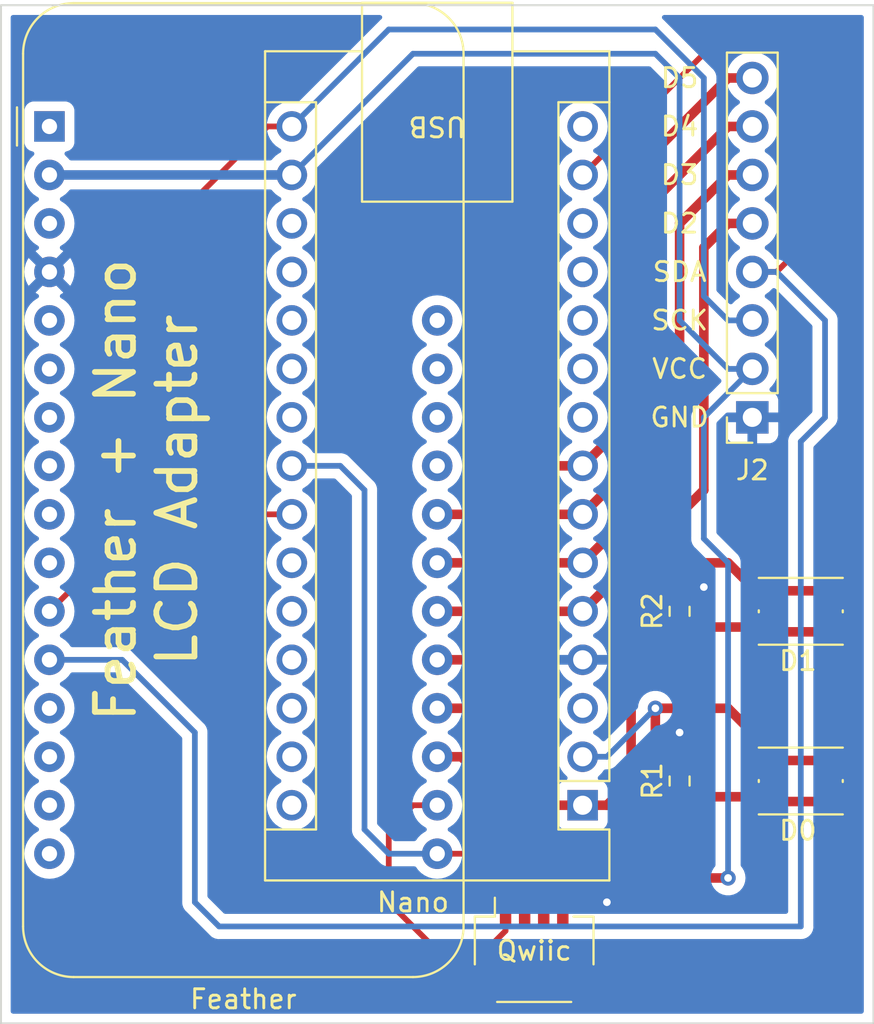
<source format=kicad_pcb>
(kicad_pcb (version 20211014) (generator pcbnew)
  (layers (0 "F.Cu" signal) (31 "B.Cu" signal) (34 "B.Paste" user) (35 "F.Paste" user) (36 "B.SilkS" user "B.Silkscreen") (37 "F.SilkS" user "F.Silkscreen") (38 "B.Mask" user) (39 "F.Mask" user) (44 "Edge.Cuts" user))
  (net 0 "")
  (net 9 "Net-(A1-Pad11)")
  (net 10 "Net-(A1-Pad12)")
  (net 15 "Net-(A1-Pad17)")
  (net 16 "Net-(A1-Pad18)")
  (net 17 "Net-(A1-Pad19)")
  (net 18 "Net-(A1-Pad20)")
  (net 19 "Net-(A1-Pad21)")
  (net 20 "Net-(A1-Pad22)")
  (net 21 "Net-(A1-Pad23)")
  (net 22 "Net-(A1-Pad24)")
  (net 45 "GND")
  (net 46 "+3.3V")
  (net 47 "Net-(R1-Pad1)")
  (net 48 "Net-(R2-Pad1)")
  (footprint "Module:Arduino_Nano" (layer "F.Cu") (at 142.24 107.95 180)
    (fp_text reference "Nano" (at 8.89 -5.08) (layer "F.SilkS"))
    (fp_text value "Arduino_Nano_v3.x")
    (fp_text user "USB" (at 7.62 35.56 180 unlocked) (layer "F.SilkS"))
    (fp_line (start 1.27 -1.27) (end -1.4 -1.27) (layer "F.SilkS") (width 0.12))
    (fp_line (start -1.4 -3.94) (end -1.4 -1.27) (layer "F.SilkS") (width 0.12))
    (fp_line (start 13.97 -1.27) (end 13.97 36.83) (layer "F.SilkS") (width 0.12))
    (fp_line (start 3.68 31.62) (end 11.56 31.62) (layer "F.SilkS") (width 0.12))
    (fp_line (start 1.27 1.27) (end -1.4 1.27) (layer "F.SilkS") (width 0.12))
    (fp_line (start 16.64 39.5) (end 16.64 -3.94) (layer "F.SilkS") (width 0.12))
    (fp_line (start 13.97 36.83) (end 16.64 36.83) (layer "F.SilkS") (width 0.12))
    (fp_line (start 16.64 39.5) (end 11.56 39.5) (layer "F.SilkS") (width 0.12))
    (fp_line (start 3.68 42.04) (end 3.68 31.62) (layer "F.SilkS") (width 0.12))
    (fp_line (start -1.4 39.5) (end 3.68 39.5) (layer "F.SilkS") (width 0.12))
    (fp_line (start -1.4 1.27) (end -1.4 39.5) (layer "F.SilkS") (width 0.12))
    (fp_line (start 1.27 1.27) (end 1.27 -1.27) (layer "F.SilkS") (width 0.12))
    (fp_line (start 16.64 -3.94) (end -1.4 -3.94) (layer "F.SilkS") (width 0.12))
    (fp_line (start 1.27 36.83) (end -1.4 36.83) (layer "F.SilkS") (width 0.12))
    (fp_line (start 11.56 31.62) (end 11.56 42.04) (layer "F.SilkS") (width 0.12))
    (fp_line (start 1.27 1.27) (end 1.27 36.83) (layer "F.SilkS") (width 0.12))
    (fp_line (start 11.56 42.04) (end 3.68 42.04) (layer "F.SilkS") (width 0.12))
    (fp_line (start 13.97 -1.27) (end 16.64 -1.27) (layer "F.SilkS") (width 0.12))
    (pad "1" thru_hole rect (at 0 0 180) (size 1.6 1.6) (drill 1) (layers *.Cu *.Mask) (net 18 "Net-(A1-Pad20)"))
    (pad "2" thru_hole oval (at 0 2.54 180) (size 1.6 1.6) (drill 1) (layers *.Cu *.Mask) (net 17 "Net-(A1-Pad19)"))
    (pad "3" thru_hole oval (at 0 5.08 180) (size 1.6 1.6) (drill 1) (layers *.Cu *.Mask))
    (pad "4" thru_hole oval (at 0 7.62 180) (size 1.6 1.6) (drill 1) (layers *.Cu *.Mask) (net 45 "GND"))
    (pad "5" thru_hole oval (at 0 10.16 180) (size 1.6 1.6) (drill 1) (layers *.Cu *.Mask) (net 19 "Net-(A1-Pad21)"))
    (pad "6" thru_hole oval (at 0 12.7 180) (size 1.6 1.6) (drill 1) (layers *.Cu *.Mask) (net 20 "Net-(A1-Pad22)"))
    (pad "7" thru_hole oval (at 0 15.24 180) (size 1.6 1.6) (drill 1) (layers *.Cu *.Mask) (net 21 "Net-(A1-Pad23)"))
    (pad "8" thru_hole oval (at 0 17.78 180) (size 1.6 1.6) (drill 1) (layers *.Cu *.Mask) (net 22 "Net-(A1-Pad24)"))
    (pad "9" thru_hole oval (at 0 20.32 180) (size 1.6 1.6) (drill 1) (layers *.Cu *.Mask))
    (pad "10" thru_hole oval (at 0 22.86 180) (size 1.6 1.6) (drill 1) (layers *.Cu *.Mask))
    (pad "11" thru_hole oval (at 0 25.4 180) (size 1.6 1.6) (drill 1) (layers *.Cu *.Mask))
    (pad "12" thru_hole oval (at 0 27.94 180) (size 1.6 1.6) (drill 1) (layers *.Cu *.Mask))
    (pad "13" thru_hole oval (at 0 30.48 180) (size 1.6 1.6) (drill 1) (layers *.Cu *.Mask))
    (pad "14" thru_hole oval (at 0 33.02 180) (size 1.6 1.6) (drill 1) (layers *.Cu *.Mask) (net 10 "Net-(A1-Pad12)"))
    (pad "15" thru_hole oval (at 0 35.56 180) (size 1.6 1.6) (drill 1) (layers *.Cu *.Mask))
    (pad "16" thru_hole oval (at 15.24 35.56 180) (size 1.6 1.6) (drill 1) (layers *.Cu *.Mask) (net 9 "Net-(A1-Pad11)"))
    (pad "17" thru_hole oval (at 15.24 33.02 180) (size 1.6 1.6) (drill 1) (layers *.Cu *.Mask) (net 46 "+3.3V"))
    (pad "18" thru_hole oval (at 15.24 30.48 180) (size 1.6 1.6) (drill 1) (layers *.Cu *.Mask))
    (pad "19" thru_hole oval (at 15.24 27.94 180) (size 1.6 1.6) (drill 1) (layers *.Cu *.Mask))
    (pad "20" thru_hole oval (at 15.24 25.4 180) (size 1.6 1.6) (drill 1) (layers *.Cu *.Mask))
    (pad "21" thru_hole oval (at 15.24 22.86 180) (size 1.6 1.6) (drill 1) (layers *.Cu *.Mask))
    (pad "22" thru_hole oval (at 15.24 20.32 180) (size 1.6 1.6) (drill 1) (layers *.Cu *.Mask))
    (pad "23" thru_hole oval (at 15.24 17.78 180) (size 1.6 1.6) (drill 1) (layers *.Cu *.Mask) (net 15 "Net-(A1-Pad17)"))
    (pad "24" thru_hole oval (at 15.24 15.24 180) (size 1.6 1.6) (drill 1) (layers *.Cu *.Mask) (net 16 "Net-(A1-Pad18)"))
    (pad "25" thru_hole oval (at 15.24 12.7 180) (size 1.6 1.6) (drill 1) (layers *.Cu *.Mask))
    (pad "26" thru_hole oval (at 15.24 10.16 180) (size 1.6 1.6) (drill 1) (layers *.Cu *.Mask))
    (pad "27" thru_hole oval (at 15.24 7.62 180) (size 1.6 1.6) (drill 1) (layers *.Cu *.Mask))
    (pad "28" thru_hole oval (at 15.24 5.08 180) (size 1.6 1.6) (drill 1) (layers *.Cu *.Mask))
    (pad "29" thru_hole oval (at 15.24 2.54 180) (size 1.6 1.6) (drill 1) (layers *.Cu *.Mask))
    (pad "30" thru_hole oval (at 15.24 0 180) (size 1.6 1.6) (drill 1) (layers *.Cu *.Mask))
  )
  (footprint "Resistor_SMD:R_0603_1608Metric" (layer "F.Cu") (at 147.32 106.68 90)
    (fp_text reference "R1" (at 0 -1.43 90) (layer "F.SilkS"))
    (fp_text value "10k")
    (fp_line (start -0.237258 0.5225) (end 0.237258 0.5225) (layer "F.SilkS") (width 0.12))
    (fp_line (start -0.237258 -0.5225) (end 0.237258 -0.5225) (layer "F.SilkS") (width 0.12))
    (pad "1" smd roundrect (at -0.825 0 90) (size 0.8 0.95) (layers "F.Cu" "F.Paste" "F.Mask") (net 47 "Net-(R1-Pad1)"))
    (pad "2" smd roundrect (at 0.825 0 90) (size 0.8 0.95) (layers "F.Cu" "F.Paste" "F.Mask") (net 45 "GND"))
  )
  (footprint "Button_Switch_SMD:SW_Push_1P1T_NO_Vertical_Wuerth_434133025816" (layer "F.Cu") (at 153.67 97.79 180)
    (fp_text reference "D1" (at 0.15 -2.6) (layer "F.SilkS"))
    (fp_text value "SW_Push")
    (fp_line (start -2.2 1.75) (end 2.2 1.75) (layer "F.SilkS") (width 0.12))
    (fp_line (start 2.2 -1.75) (end -2.2 -1.75) (layer "F.SilkS") (width 0.12))
    (fp_line (start 2.2 0.05) (end 2.2 -0.05) (layer "F.SilkS") (width 0.12))
    (fp_line (start -2.2 0.05) (end -2.2 -0.05) (layer "F.SilkS") (width 0.12))
    (pad "1" smd rect (at -2.075 -1.075 180) (size 1.05 0.65) (layers "F.Cu" "F.Paste" "F.Mask") (net 48 "Net-(R2-Pad1)"))
    (pad "1" smd rect (at 2.075 -1.075 180) (size 1.05 0.65) (layers "F.Cu" "F.Paste" "F.Mask") (net 48 "Net-(R2-Pad1)"))
    (pad "2" smd rect (at -2.075 1.075 180) (size 1.05 0.65) (layers "F.Cu" "F.Paste" "F.Mask") (net 18 "Net-(A1-Pad20)"))
    (pad "2" smd rect (at 2.05 1.075 180) (size 1.05 0.65) (layers "F.Cu" "F.Paste" "F.Mask") (net 18 "Net-(A1-Pad20)"))
  )
  (footprint "Module:Adafruit_Feather" (layer "F.Cu") (at 114.3 72.39)
    (fp_text reference "A1" hide)
    (fp_text value "Feather" (at 10.16 45.72 180) (layer "F.SilkS"))
    (fp_line (start 19.05 44.56) (end 1.27 44.56) (layer "F.SilkS") (width 0.12))
    (fp_line (start 19.05 -6.46) (end 1.27 -6.46) (layer "F.SilkS") (width 0.12))
    (fp_line (start 21.7 -3.81) (end 21.7 41.91) (layer "F.SilkS") (width 0.12))
    (fp_line (start -1.7 1) (end -1.7 -1) (layer "F.SilkS") (width 0.12))
    (fp_line (start -1.38 -3.81) (end -1.38 41.91) (layer "F.SilkS") (width 0.12))
    (fp_arc (start 1.27 44.56) (mid -0.603833 43.783833) (end -1.38 41.91) (layer "F.SilkS") (width 0.12))
    (fp_arc (start 19.05 -6.46) (mid 20.923833 -5.683833) (end 21.7 -3.81) (layer "F.SilkS") (width 0.12))
    (fp_arc (start -1.38 -3.81) (mid -0.603833 -5.683833) (end 1.27 -6.46) (layer "F.SilkS") (width 0.12))
    (fp_arc (start 21.7 41.91) (mid 20.923833 43.783833) (end 19.05 44.56) (layer "F.SilkS") (width 0.12))
    (pad "1" thru_hole rect (at 0 0 180) (size 1.6 1.6) (drill 0.8) (layers *.Cu *.Mask))
    (pad "2" thru_hole circle (at 0 2.54 180) (size 1.6 1.6) (drill 0.8) (layers *.Cu *.Mask) (net 46 "+3.3V"))
    (pad "3" thru_hole circle (at 0 5.08 180) (size 1.6 1.6) (drill 0.8) (layers *.Cu *.Mask))
    (pad "4" thru_hole circle (at 0 7.62 180) (size 1.6 1.6) (drill 0.8) (layers *.Cu *.Mask) (net 45 "GND"))
    (pad "5" thru_hole circle (at 0 10.16 180) (size 1.6 1.6) (drill 0.8) (layers *.Cu *.Mask))
    (pad "6" thru_hole circle (at 0 12.7 180) (size 1.6 1.6) (drill 0.8) (layers *.Cu *.Mask))
    (pad "7" thru_hole circle (at 0 15.24 180) (size 1.6 1.6) (drill 0.8) (layers *.Cu *.Mask))
    (pad "8" thru_hole circle (at 0 17.78 180) (size 1.6 1.6) (drill 0.8) (layers *.Cu *.Mask))
    (pad "9" thru_hole circle (at 0 20.32 180) (size 1.6 1.6) (drill 0.8) (layers *.Cu *.Mask))
    (pad "10" thru_hole circle (at 0 22.86 180) (size 1.6 1.6) (drill 0.8) (layers *.Cu *.Mask))
    (pad "11" thru_hole circle (at 0 25.4 180) (size 1.6 1.6) (drill 0.8) (layers *.Cu *.Mask) (net 9 "Net-(A1-Pad11)"))
    (pad "12" thru_hole circle (at 0 27.94 180) (size 1.6 1.6) (drill 0.8) (layers *.Cu *.Mask) (net 10 "Net-(A1-Pad12)"))
    (pad "13" thru_hole circle (at 0 30.48 180) (size 1.6 1.6) (drill 0.8) (layers *.Cu *.Mask))
    (pad "14" thru_hole circle (at 0 33.02 180) (size 1.6 1.6) (drill 0.8) (layers *.Cu *.Mask))
    (pad "15" thru_hole circle (at 0 35.56 180) (size 1.6 1.6) (drill 0.8) (layers *.Cu *.Mask))
    (pad "16" thru_hole circle (at 0 38.1 180) (size 1.6 1.6) (drill 0.8) (layers *.Cu *.Mask))
    (pad "17" thru_hole circle (at 20.32 38.1 180) (size 1.6 1.6) (drill 0.8) (layers *.Cu *.Mask) (net 15 "Net-(A1-Pad17)"))
    (pad "18" thru_hole circle (at 20.32 35.56 180) (size 1.6 1.6) (drill 0.8) (layers *.Cu *.Mask) (net 16 "Net-(A1-Pad18)"))
    (pad "19" thru_hole circle (at 20.32 33.02 180) (size 1.6 1.6) (drill 0.8) (layers *.Cu *.Mask) (net 17 "Net-(A1-Pad19)"))
    (pad "20" thru_hole circle (at 20.32 30.48 180) (size 1.6 1.6) (drill 0.8) (layers *.Cu *.Mask) (net 18 "Net-(A1-Pad20)"))
    (pad "21" thru_hole circle (at 20.32 27.94 180) (size 1.6 1.6) (drill 0.8) (layers *.Cu *.Mask) (net 19 "Net-(A1-Pad21)"))
    (pad "22" thru_hole circle (at 20.32 25.4 180) (size 1.6 1.6) (drill 0.8) (layers *.Cu *.Mask) (net 20 "Net-(A1-Pad22)"))
    (pad "23" thru_hole circle (at 20.32 22.86 180) (size 1.6 1.6) (drill 0.8) (layers *.Cu *.Mask) (net 21 "Net-(A1-Pad23)"))
    (pad "24" thru_hole circle (at 20.32 20.32 180) (size 1.6 1.6) (drill 0.8) (layers *.Cu *.Mask) (net 22 "Net-(A1-Pad24)"))
    (pad "25" thru_hole circle (at 20.32 17.78 180) (size 1.6 1.6) (drill 0.8) (layers *.Cu *.Mask))
    (pad "26" thru_hole circle (at 20.32 15.24 180) (size 1.6 1.6) (drill 0.8) (layers *.Cu *.Mask))
    (pad "27" thru_hole circle (at 20.32 12.7 180) (size 1.6 1.6) (drill 0.8) (layers *.Cu *.Mask))
    (pad "28" thru_hole circle (at 20.32 10.16 180) (size 1.6 1.6) (drill 0.8) (layers *.Cu *.Mask))
  )
  (footprint "Resistor_SMD:R_0603_1608Metric" (layer "F.Cu") (at 147.32 97.79 90)
    (fp_text reference "R2" (at 0 -1.43 90) (layer "F.SilkS"))
    (fp_text value "10k")
    (fp_line (start -0.237258 0.5225) (end 0.237258 0.5225) (layer "F.SilkS") (width 0.12))
    (fp_line (start -0.237258 -0.5225) (end 0.237258 -0.5225) (layer "F.SilkS") (width 0.12))
    (pad "1" smd roundrect (at -0.825 0 90) (size 0.8 0.95) (layers "F.Cu" "F.Paste" "F.Mask") (net 48 "Net-(R2-Pad1)"))
    (pad "2" smd roundrect (at 0.825 0 90) (size 0.8 0.95) (layers "F.Cu" "F.Paste" "F.Mask") (net 45 "GND"))
  )
  (footprint "Connector_JST:JST_SH_SM04B-SRSS-TB_1x04-1MP_P1.00mm_Horizontal" (layer "F.Cu") (at 139.7 115.57)
    (fp_text reference "Qwiic" (at 0 0) (layer "F.SilkS"))
    (fp_text value "Qwiic" hide)
    (fp_line (start -1.94 2.685) (end 1.94 2.685) (layer "F.SilkS") (width 0.12))
    (fp_line (start 3.11 0.715) (end 3.11 -1.785) (layer "F.SilkS") (width 0.12))
    (fp_line (start -3.11 -1.785) (end -2.06 -1.785) (layer "F.SilkS") (width 0.12))
    (fp_line (start 3.11 -1.785) (end 2.06 -1.785) (layer "F.SilkS") (width 0.12))
    (fp_line (start -3.11 0.715) (end -3.11 -1.785) (layer "F.SilkS") (width 0.12))
    (fp_line (start -2.06 -1.785) (end -2.06 -2.775) (layer "F.SilkS") (width 0.12))
    (pad "1" smd roundrect (at -1.5 -2) (size 0.6 1.55) (layers "F.Cu" "F.Paste" "F.Mask") (net 16 "Net-(A1-Pad18)"))
    (pad "2" smd roundrect (at -0.5 -2) (size 0.6 1.55) (layers "F.Cu" "F.Paste" "F.Mask") (net 15 "Net-(A1-Pad17)"))
    (pad "3" smd roundrect (at 0.5 -2) (size 0.6 1.55) (layers "F.Cu" "F.Paste" "F.Mask") (net 46 "+3.3V"))
    (pad "4" smd roundrect (at 1.5 -2) (size 0.6 1.55) (layers "F.Cu" "F.Paste" "F.Mask") (net 45 "GND"))
    (pad "MP" smd roundrect (at 2.8 1.875) (size 1.2 1.8) (layers "F.Cu" "F.Paste" "F.Mask") (roundrect_rratio 0.2083333333))
    (pad "MP" smd roundrect (at -2.8 1.875) (size 1.2 1.8) (layers "F.Cu" "F.Paste" "F.Mask") (roundrect_rratio 0.2083333333))
  )
  (footprint "Button_Switch_SMD:SW_Push_1P1T_NO_Vertical_Wuerth_434133025816" (layer "F.Cu") (at 153.67 106.68 180)
    (fp_text reference "D0" (at 0.15 -2.6) (layer "F.SilkS"))
    (fp_text value "SW_Push")
    (fp_line (start -2.2 1.75) (end 2.2 1.75) (layer "F.SilkS") (width 0.12))
    (fp_line (start 2.2 -1.75) (end -2.2 -1.75) (layer "F.SilkS") (width 0.12))
    (fp_line (start -2.2 0.05) (end -2.2 -0.05) (layer "F.SilkS") (width 0.12))
    (fp_line (start 2.2 0.05) (end 2.2 -0.05) (layer "F.SilkS") (width 0.12))
    (pad "1" smd rect (at -2.075 -1.075 180) (size 1.05 0.65) (layers "F.Cu" "F.Paste" "F.Mask") (net 47 "Net-(R1-Pad1)"))
    (pad "1" smd rect (at 2.075 -1.075 180) (size 1.05 0.65) (layers "F.Cu" "F.Paste" "F.Mask") (net 47 "Net-(R1-Pad1)"))
    (pad "2" smd rect (at -2.075 1.075 180) (size 1.05 0.65) (layers "F.Cu" "F.Paste" "F.Mask") (net 17 "Net-(A1-Pad19)"))
    (pad "2" smd rect (at 2.05 1.075 180) (size 1.05 0.65) (layers "F.Cu" "F.Paste" "F.Mask") (net 17 "Net-(A1-Pad19)"))
  )
  (footprint "Connector_PinSocket_2.54mm:PinSocket_1x08_P2.54mm_Vertical" (layer "F.Cu") (at 151.13 87.63 180)
    (fp_text reference "J2" (at 0 -2.77) (layer "F.SilkS"))
    (fp_text value "LCD")
    (fp_line (start 1.33 -1.33) (end 1.33 0) (layer "F.SilkS") (width 0.12))
    (fp_line (start -1.33 1.27) (end 1.33 1.27) (layer "F.SilkS") (width 0.12))
    (fp_line (start -1.33 19.11) (end 1.33 19.11) (layer "F.SilkS") (width 0.12))
    (fp_line (start 0 -1.33) (end 1.33 -1.33) (layer "F.SilkS") (width 0.12))
    (fp_line (start -1.33 1.27) (end -1.33 19.11) (layer "F.SilkS") (width 0.12))
    (fp_line (start 1.33 1.27) (end 1.33 19.11) (layer "F.SilkS") (width 0.12))
    (pad "1" thru_hole rect (at 0 0 180) (size 1.7 1.7) (drill 1) (layers *.Cu *.Mask) (net 45 "GND"))
    (pad "2" thru_hole oval (at 0 2.54 180) (size 1.7 1.7) (drill 1) (layers *.Cu *.Mask) (net 46 "+3.3V"))
    (pad "3" thru_hole oval (at 0 5.08 180) (size 1.7 1.7) (drill 1) (layers *.Cu *.Mask) (net 9 "Net-(A1-Pad11)"))
    (pad "4" thru_hole oval (at 0 7.62 180) (size 1.7 1.7) (drill 1) (layers *.Cu *.Mask) (net 10 "Net-(A1-Pad12)"))
    (pad "5" thru_hole oval (at 0 10.16 180) (size 1.7 1.7) (drill 1) (layers *.Cu *.Mask) (net 19 "Net-(A1-Pad21)"))
    (pad "6" thru_hole oval (at 0 12.7 180) (size 1.7 1.7) (drill 1) (layers *.Cu *.Mask) (net 20 "Net-(A1-Pad22)"))
    (pad "7" thru_hole oval (at 0 15.24 180) (size 1.7 1.7) (drill 1) (layers *.Cu *.Mask) (net 21 "Net-(A1-Pad23)"))
    (pad "8" thru_hole oval (at 0 17.78 180) (size 1.7 1.7) (drill 1) (layers *.Cu *.Mask) (net 22 "Net-(A1-Pad24)"))
  )
  (gr_rect (start 111.76 66.04) (end 157.48 119.38) (layer "Edge.Cuts") (width 0.1) (fill none))
  (gr_text "D3" (at 147.32 74.93) (layer "F.SilkS") (effects (font (size 1 1))))
  (gr_text "VCC" (at 147.32 85.09) (layer "F.SilkS") (effects (font (size 1 1))))
  (gr_text "Feather + Nano\nLCD Adapter" (at 119.38 91.44 90) (layer "F.SilkS") (effects (font (size 2 2) (thickness 0.3))))
  (gr_text "GND" (at 147.32 87.63) (layer "F.SilkS") (effects (font (size 1 1))))
  (gr_text "SDA" (at 147.32 80.01) (layer "F.SilkS") (effects (font (size 1 1))))
  (gr_text "D2" (at 147.32 77.47) (layer "F.SilkS") (effects (font (size 1 1))))
  (gr_text "D5" (at 147.32 69.85) (layer "F.SilkS") (effects (font (size 1 1))))
  (gr_text "D4" (at 147.32 72.39) (layer "F.SilkS") (effects (font (size 1 1))))
  (gr_text "SCK" (at 147.32 82.55) (layer "F.SilkS") (effects (font (size 1 1))))
  (segment (start 119.38 78.74) (end 125.73 72.39) (width 0.3) (layer "F.Cu") (net 9))
  (segment (start 125.73 72.39) (end 127 72.39) (width 0.3) (layer "F.Cu") (net 9))
  (segment (start 114.3 97.79) (end 119.38 92.71) (width 0.3) (layer "F.Cu") (net 9))
  (segment (start 119.38 92.71) (end 119.38 78.74) (width 0.3) (layer "F.Cu") (net 9))
  (segment (start 146.05 67.31) (end 148.59 69.85) (width 0.3) (layer "B.Cu") (net 9))
  (segment (start 148.59 81.28) (end 149.86 82.55) (width 0.3) (layer "B.Cu") (net 9))
  (segment (start 132.08 67.31) (end 146.05 67.31) (width 0.3) (layer "B.Cu") (net 9))
  (segment (start 127 72.39) (end 132.08 67.31) (width 0.3) (layer "B.Cu") (net 9))
  (segment (start 149.86 82.55) (end 151.13 82.55) (width 0.3) (layer "B.Cu") (net 9))
  (segment (start 148.59 69.85) (end 148.59 81.28) (width 0.3) (layer "B.Cu") (net 9))
  (segment (start 153.67 68.58) (end 153.67 78.74) (width 0.3) (layer "F.Cu") (net 10))
  (segment (start 142.24 74.93) (end 149.86 67.31) (width 0.3) (layer "F.Cu") (net 10))
  (segment (start 153.67 78.74) (end 152.4 80.01) (width 0.3) (layer "F.Cu") (net 10))
  (segment (start 152.4 80.01) (end 151.13 80.01) (width 0.3) (layer "F.Cu") (net 10))
  (segment (start 149.86 67.31) (end 152.4 67.31) (width 0.3) (layer "F.Cu") (net 10))
  (segment (start 152.4 67.31) (end 153.67 68.58) (width 0.3) (layer "F.Cu") (net 10))
  (segment (start 153.67 114.3) (end 153.67 88.9) (width 0.3) (layer "B.Cu") (net 10))
  (segment (start 121.92 104.14) (end 121.92 113.03) (width 0.3) (layer "B.Cu") (net 10))
  (segment (start 121.92 113.03) (end 123.19 114.3) (width 0.3) (layer "B.Cu") (net 10))
  (segment (start 152.4 80.01) (end 151.13 80.01) (width 0.3) (layer "B.Cu") (net 10))
  (segment (start 153.67 88.9) (end 154.94 87.63) (width 0.3) (layer "B.Cu") (net 10))
  (segment (start 114.3 100.33) (end 118.11 100.33) (width 0.3) (layer "B.Cu") (net 10))
  (segment (start 118.11 100.33) (end 121.92 104.14) (width 0.3) (layer "B.Cu") (net 10))
  (segment (start 154.94 87.63) (end 154.94 82.55) (width 0.3) (layer "B.Cu") (net 10))
  (segment (start 123.19 114.3) (end 153.67 114.3) (width 0.3) (layer "B.Cu") (net 10))
  (segment (start 154.94 82.55) (end 152.4 80.01) (width 0.3) (layer "B.Cu") (net 10))
  (segment (start 137.16 110.49) (end 134.62 110.49) (width 0.3) (layer "F.Cu") (net 15))
  (segment (start 139.2 112.53) (end 137.16 110.49) (width 0.3) (layer "F.Cu") (net 15))
  (segment (start 139.2 113.57) (end 139.2 112.53) (width 0.3) (layer "F.Cu") (net 15))
  (segment (start 127 90.17) (end 129.54 90.17) (width 0.3) (layer "B.Cu") (net 15))
  (segment (start 129.54 90.17) (end 130.81 91.44) (width 0.3) (layer "B.Cu") (net 15))
  (segment (start 132.08 110.49) (end 134.62 110.49) (width 0.3) (layer "B.Cu") (net 15))
  (segment (start 130.81 109.22) (end 132.08 110.49) (width 0.3) (layer "B.Cu") (net 15))
  (segment (start 130.81 91.44) (end 130.81 109.22) (width 0.3) (layer "B.Cu") (net 15))
  (segment (start 127 92.71) (end 124.46 92.71) (width 0.3) (layer "F.Cu") (net 16))
  (segment (start 132.08 113.03) (end 132.08 109.22) (width 0.3) (layer "F.Cu") (net 16))
  (segment (start 138.2 113.57) (end 138.2 114.53) (width 0.3) (layer "F.Cu") (net 16))
  (segment (start 124.46 92.71) (end 123.19 93.98) (width 0.3) (layer "F.Cu") (net 16))
  (segment (start 123.19 93.98) (end 123.19 111.76) (width 0.3) (layer "F.Cu") (net 16))
  (segment (start 124.46 113.03) (end 132.08 113.03) (width 0.3) (layer "F.Cu") (net 16))
  (segment (start 134.62 115.57) (end 132.08 113.03) (width 0.3) (layer "F.Cu") (net 16))
  (segment (start 133.35 107.95) (end 134.62 107.95) (width 0.3) (layer "F.Cu") (net 16))
  (segment (start 138.2 114.53) (end 137.16 115.57) (width 0.3) (layer "F.Cu") (net 16))
  (segment (start 123.19 111.76) (end 124.46 113.03) (width 0.3) (layer "F.Cu") (net 16))
  (segment (start 132.08 109.22) (end 133.35 107.95) (width 0.3) (layer "F.Cu") (net 16))
  (segment (start 137.16 115.57) (end 134.62 115.57) (width 0.3) (layer "F.Cu") (net 16))
  (segment (start 151.62 105.605) (end 155.745 105.605) (width 0.5) (layer "F.Cu") (net 17))
  (segment (start 151.62 104.63) (end 151.62 105.605) (width 0.5) (layer "F.Cu") (net 17))
  (segment (start 137.16 107.95) (end 139.7 110.49) (width 0.5) (layer "F.Cu") (net 17))
  (segment (start 135.89 105.41) (end 137.16 106.68) (width 0.5) (layer "F.Cu") (net 17))
  (segment (start 144.78 110.49) (end 146.05 109.22) (width 0.5) (layer "F.Cu") (net 17))
  (segment (start 139.7 110.49) (end 144.78 110.49) (width 0.5) (layer "F.Cu") (net 17))
  (segment (start 146.05 102.87) (end 149.86 102.87) (width 0.5) (layer "F.Cu") (net 17))
  (segment (start 149.86 102.87) (end 151.62 104.63) (width 0.5) (layer "F.Cu") (net 17))
  (segment (start 146.05 109.22) (end 146.05 102.87) (width 0.5) (layer "F.Cu") (net 17))
  (segment (start 137.16 106.68) (end 137.16 107.95) (width 0.5) (layer "F.Cu") (net 17))
  (segment (start 134.62 105.41) (end 135.89 105.41) (width 0.5) (layer "F.Cu") (net 17))
  (via (at 146.05 102.87) (size 0.8) (drill 0.4) (layers "F.Cu" "B.Cu") (net 17))
  (segment (start 143.51 105.41) (end 146.05 102.87) (width 0.3) (layer "B.Cu") (net 17))
  (segment (start 142.24 105.41) (end 143.51 105.41) (width 0.3) (layer "B.Cu") (net 17))
  (segment (start 144.78 96.52) (end 144.78 106.68) (width 0.5) (layer "F.Cu") (net 18))
  (segment (start 151.62 96.715) (end 155.745 96.715) (width 0.5) (layer "F.Cu") (net 18))
  (segment (start 151.325 96.715) (end 149.86 95.25) (width 0.5) (layer "F.Cu") (net 18))
  (segment (start 144.78 106.68) (end 143.51 107.95) (width 0.5) (layer "F.Cu") (net 18))
  (segment (start 143.51 107.95) (end 142.24 107.95) (width 0.5) (layer "F.Cu") (net 18))
  (segment (start 139.7 107.95) (end 142.24 107.95) (width 0.5) (layer "F.Cu") (net 18))
  (segment (start 146.05 95.25) (end 144.78 96.52) (width 0.5) (layer "F.Cu") (net 18))
  (segment (start 149.86 95.25) (end 146.05 95.25) (width 0.5) (layer "F.Cu") (net 18))
  (segment (start 137.16 102.87) (end 138.43 104.14) (width 0.5) (layer "F.Cu") (net 18))
  (segment (start 138.43 104.14) (end 138.43 106.68) (width 0.5) (layer "F.Cu") (net 18))
  (segment (start 151.62 96.715) (end 151.325 96.715) (width 0.5) (layer "F.Cu") (net 18))
  (segment (start 134.62 102.87) (end 137.16 102.87) (width 0.5) (layer "F.Cu") (net 18))
  (segment (start 138.43 106.68) (end 139.7 107.95) (width 0.5) (layer "F.Cu") (net 18))
  (segment (start 137.16 100.33) (end 139.7 97.79) (width 0.5) (layer "F.Cu") (net 19))
  (segment (start 149.86 77.47) (end 151.13 77.47) (width 0.5) (layer "F.Cu") (net 19))
  (segment (start 148.59 78.74) (end 149.86 77.47) (width 0.5) (layer "F.Cu") (net 19))
  (segment (start 139.7 97.79) (end 142.24 97.79) (width 0.5) (layer "F.Cu") (net 19))
  (segment (start 134.62 100.33) (end 137.16 100.33) (width 0.5) (layer "F.Cu") (net 19))
  (segment (start 142.24 97.79) (end 148.59 91.44) (width 0.5) (layer "F.Cu") (net 19))
  (segment (start 148.59 91.44) (end 148.59 78.74) (width 0.5) (layer "F.Cu") (net 19))
  (segment (start 139.7 95.25) (end 142.24 95.25) (width 0.5) (layer "F.Cu") (net 20))
  (segment (start 147.32 77.47) (end 149.86 74.93) (width 0.5) (layer "F.Cu") (net 20))
  (segment (start 149.86 74.93) (end 151.13 74.93) (width 0.5) (layer "F.Cu") (net 20))
  (segment (start 147.32 90.17) (end 147.32 77.47) (width 0.5) (layer "F.Cu") (net 20))
  (segment (start 134.62 97.79) (end 137.16 97.79) (width 0.5) (layer "F.Cu") (net 20))
  (segment (start 142.24 95.25) (end 147.32 90.17) (width 0.5) (layer "F.Cu") (net 20))
  (segment (start 137.16 97.79) (end 139.7 95.25) (width 0.5) (layer "F.Cu") (net 20))
  (segment (start 134.62 95.25) (end 137.16 95.25) (width 0.5) (layer "F.Cu") (net 21))
  (segment (start 146.05 76.2) (end 149.86 72.39) (width 0.5) (layer "F.Cu") (net 21))
  (segment (start 137.16 95.25) (end 139.7 92.71) (width 0.5) (layer "F.Cu") (net 21))
  (segment (start 139.7 92.71) (end 142.24 92.71) (width 0.5) (layer "F.Cu") (net 21))
  (segment (start 146.05 88.9) (end 146.05 76.2) (width 0.5) (layer "F.Cu") (net 21))
  (segment (start 142.24 92.71) (end 146.05 88.9) (width 0.5) (layer "F.Cu") (net 21))
  (segment (start 149.86 72.39) (end 151.13 72.39) (width 0.5) (layer "F.Cu") (net 21))
  (segment (start 137.16 92.71) (end 139.7 90.17) (width 0.5) (layer "F.Cu") (net 22))
  (segment (start 139.7 90.17) (end 142.24 90.17) (width 0.5) (layer "F.Cu") (net 22))
  (segment (start 134.62 92.71) (end 137.16 92.71) (width 0.5) (layer "F.Cu") (net 22))
  (segment (start 149.86 69.85) (end 151.13 69.85) (width 0.5) (layer "F.Cu") (net 22))
  (segment (start 144.78 74.93) (end 149.86 69.85) (width 0.5) (layer "F.Cu") (net 22))
  (segment (start 144.78 87.63) (end 144.78 74.93) (width 0.5) (layer "F.Cu") (net 22))
  (segment (start 142.24 90.17) (end 144.78 87.63) (width 0.5) (layer "F.Cu") (net 22))
  (segment (start 142.94 112.46) (end 143.51 113.03) (width 0.5) (layer "F.Cu") (net 45))
  (segment (start 147.32 96.965) (end 148.145 96.965) (width 0.5) (layer "F.Cu") (net 45))
  (segment (start 141.676422 112.46) (end 142.94 112.46) (width 0.5) (layer "F.Cu") (net 45))
  (segment (start 147.32 105.855) (end 147.32 104.14) (width 0.5) (layer "F.Cu") (net 45))
  (segment (start 141.2 112.936422) (end 141.676422 112.46) (width 0.5) (layer "F.Cu") (net 45))
  (segment (start 141.2 113.57) (end 141.2 112.936422) (width 0.5) (layer "F.Cu") (net 45))
  (segment (start 148.145 96.965) (end 148.59 96.52) (width 0.5) (layer "F.Cu") (net 45))
  (via (at 148.59 96.52) (size 0.8) (drill 0.4) (layers "F.Cu" "B.Cu") (net 45))
  (via (at 143.51 113.03) (size 0.8) (drill 0.4) (layers "F.Cu" "B.Cu") (net 45))
  (via (at 147.32 104.14) (size 0.8) (drill 0.4) (layers "F.Cu" "B.Cu") (net 45))
  (segment (start 140.2 112.946472) (end 141.386472 111.76) (width 0.5) (layer "F.Cu") (net 46))
  (segment (start 141.386472 111.76) (end 149.86 111.76) (width 0.5) (layer "F.Cu") (net 46))
  (segment (start 140.2 113.57) (end 140.2 112.946472) (width 0.5) (layer "F.Cu") (net 46))
  (via (at 149.86 111.76) (size 0.8) (drill 0.4) (layers "F.Cu" "B.Cu") (net 46))
  (segment (start 133.35 68.58) (end 146.05 68.58) (width 0.3) (layer "B.Cu") (net 46))
  (segment (start 147.32 69.85) (end 147.32 82.55) (width 0.3) (layer "B.Cu") (net 46))
  (segment (start 148.59 93.98) (end 149.86 95.25) (width 0.3) (layer "B.Cu") (net 46))
  (segment (start 149.86 85.09) (end 151.13 85.09) (width 0.3) (layer "B.Cu") (net 46))
  (segment (start 148.59 87.63) (end 148.59 91.44) (width 0.3) (layer "B.Cu") (net 46))
  (segment (start 151.13 85.09) (end 148.59 87.63) (width 0.3) (layer "B.Cu") (net 46))
  (segment (start 114.3 74.93) (end 127 74.93) (width 0.5) (layer "B.Cu") (net 46))
  (segment (start 127 74.93) (end 133.35 68.58) (width 0.3) (layer "B.Cu") (net 46))
  (segment (start 149.86 95.25) (end 149.86 111.76) (width 0.3) (layer "B.Cu") (net 46))
  (segment (start 147.32 82.55) (end 149.86 85.09) (width 0.3) (layer "B.Cu") (net 46))
  (segment (start 146.05 68.58) (end 147.32 69.85) (width 0.3) (layer "B.Cu") (net 46))
  (segment (start 148.59 91.44) (end 148.59 93.98) (width 0.3) (layer "B.Cu") (net 46))
  (segment (start 151.595 107.755) (end 155.745 107.755) (width 0.5) (layer "F.Cu") (net 47))
  (segment (start 151.345 107.505) (end 151.595 107.755) (width 0.5) (layer "F.Cu") (net 47))
  (segment (start 147.32 107.505) (end 151.345 107.505) (width 0.5) (layer "F.Cu") (net 47))
  (segment (start 151.345 98.615) (end 151.595 98.865) (width 0.5) (layer "F.Cu") (net 48))
  (segment (start 151.595 98.865) (end 155.745 98.865) (width 0.5) (layer "F.Cu") (net 48))
  (segment (start 147.32 98.615) (end 151.345 98.615) (width 0.5) (layer "F.Cu") (net 48))
  (zone (net 45) (net_name "GND") (layer "B.Cu") (connect_pads (clearance 0.508)) (min_thickness 0.254) (fill yes (thermal_gap 0.508) (thermal_bridge_width 0.508))
    (polygon (pts (xy 157.48 119.38) (xy 111.76 119.38) (xy 111.76 66.04) (xy 157.48 66.04)))
  )
)
</source>
